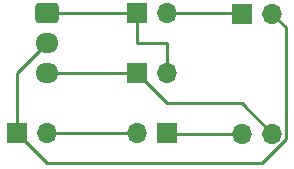
<source format=gbr>
%TF.GenerationSoftware,KiCad,Pcbnew,7.0.1*%
%TF.CreationDate,2025-05-23T00:35:03+09:00*%
%TF.ProjectId,independent_steering,696e6465-7065-46e6-9465-6e745f737465,rev?*%
%TF.SameCoordinates,Original*%
%TF.FileFunction,Copper,L1,Top*%
%TF.FilePolarity,Positive*%
%FSLAX46Y46*%
G04 Gerber Fmt 4.6, Leading zero omitted, Abs format (unit mm)*
G04 Created by KiCad (PCBNEW 7.0.1) date 2025-05-23 00:35:03*
%MOMM*%
%LPD*%
G01*
G04 APERTURE LIST*
G04 Aperture macros list*
%AMRoundRect*
0 Rectangle with rounded corners*
0 $1 Rounding radius*
0 $2 $3 $4 $5 $6 $7 $8 $9 X,Y pos of 4 corners*
0 Add a 4 corners polygon primitive as box body*
4,1,4,$2,$3,$4,$5,$6,$7,$8,$9,$2,$3,0*
0 Add four circle primitives for the rounded corners*
1,1,$1+$1,$2,$3*
1,1,$1+$1,$4,$5*
1,1,$1+$1,$6,$7*
1,1,$1+$1,$8,$9*
0 Add four rect primitives between the rounded corners*
20,1,$1+$1,$2,$3,$4,$5,0*
20,1,$1+$1,$4,$5,$6,$7,0*
20,1,$1+$1,$6,$7,$8,$9,0*
20,1,$1+$1,$8,$9,$2,$3,0*%
G04 Aperture macros list end*
%TA.AperFunction,ComponentPad*%
%ADD10RoundRect,0.250000X-0.725000X0.600000X-0.725000X-0.600000X0.725000X-0.600000X0.725000X0.600000X0*%
%TD*%
%TA.AperFunction,ComponentPad*%
%ADD11O,1.950000X1.700000*%
%TD*%
%TA.AperFunction,ComponentPad*%
%ADD12R,1.700000X1.700000*%
%TD*%
%TA.AperFunction,ComponentPad*%
%ADD13O,1.700000X1.700000*%
%TD*%
%TA.AperFunction,Conductor*%
%ADD14C,0.250000*%
%TD*%
G04 APERTURE END LIST*
D10*
%TO.P,J1,1,Pin_1*%
%TO.N,+5V*%
X124460000Y-86360000D03*
D11*
%TO.P,J1,2,Pin_2*%
%TO.N,GND*%
X124460000Y-88860000D03*
%TO.P,J1,3,Pin_3*%
%TO.N,OUT*%
X124460000Y-91360000D03*
%TD*%
D12*
%TO.P,R3,1*%
%TO.N,Net-(U1-E)*%
X134620000Y-96520000D03*
D13*
%TO.P,R3,2*%
%TO.N,Net-(D1-A)*%
X132080000Y-96520000D03*
%TD*%
D12*
%TO.P,R2,1*%
%TO.N,OUT*%
X132080000Y-91440000D03*
D13*
%TO.P,R2,2*%
%TO.N,+5V*%
X134620000Y-91440000D03*
%TD*%
D12*
%TO.P,R1,1*%
%TO.N,+5V*%
X132080000Y-86360000D03*
D13*
%TO.P,R1,2*%
%TO.N,Net-(U1-A)*%
X134620000Y-86360000D03*
%TD*%
D12*
%TO.P,D1,1,K*%
%TO.N,GND*%
X121920000Y-96520000D03*
D13*
%TO.P,D1,2,A*%
%TO.N,Net-(D1-A)*%
X124460000Y-96520000D03*
%TD*%
%TO.P,U1,4,E*%
%TO.N,Net-(U1-E)*%
X140965000Y-96525000D03*
%TO.P,U1,3,C*%
%TO.N,OUT*%
X143505000Y-96525000D03*
%TO.P,U1,2,K*%
%TO.N,GND*%
X143505000Y-86365000D03*
D12*
%TO.P,U1,1,A*%
%TO.N,Net-(U1-A)*%
X140965000Y-86365000D03*
%TD*%
D14*
%TO.N,GND*%
X124460000Y-99060000D02*
X121920000Y-96520000D01*
X142631701Y-99060000D02*
X124460000Y-99060000D01*
X144680000Y-97011701D02*
X142631701Y-99060000D01*
X143505000Y-86365000D02*
X144680000Y-87540000D01*
X144680000Y-87540000D02*
X144680000Y-97011701D01*
%TO.N,+5V*%
X124460000Y-86360000D02*
X132080000Y-86360000D01*
%TO.N,GND*%
X121920000Y-91400000D02*
X124460000Y-88860000D01*
X121920000Y-96520000D02*
X121920000Y-91400000D01*
%TO.N,Net-(D1-A)*%
X132080000Y-96520000D02*
X124460000Y-96520000D01*
%TO.N,Net-(U1-E)*%
X134625000Y-96525000D02*
X134620000Y-96520000D01*
X140965000Y-96525000D02*
X134625000Y-96525000D01*
%TO.N,OUT*%
X134620000Y-93980000D02*
X132080000Y-91440000D01*
X140960000Y-93980000D02*
X134620000Y-93980000D01*
X143505000Y-96525000D02*
X140960000Y-93980000D01*
X132080000Y-91440000D02*
X124540000Y-91440000D01*
X124540000Y-91440000D02*
X124460000Y-91360000D01*
%TO.N,+5V*%
X134620000Y-88900000D02*
X134620000Y-91440000D01*
X132080000Y-88900000D02*
X134620000Y-88900000D01*
X132080000Y-86360000D02*
X132080000Y-88900000D01*
%TO.N,Net-(U1-A)*%
X140960000Y-86360000D02*
X140965000Y-86365000D01*
X134620000Y-86360000D02*
X140960000Y-86360000D01*
%TD*%
M02*

</source>
